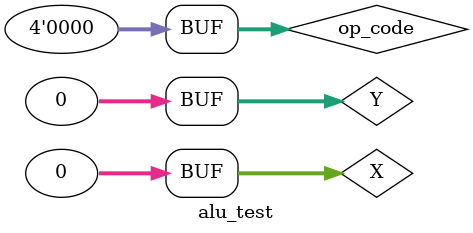
<source format=v>
`timescale 1ns / 1ps


module alu_test;

	// Inputs
	reg [31:0] X;
	reg [31:0] Y;
	reg [3:0] op_code;

	// Outputs
	wire [31:0] Z;
	wire zero;
	wire overflow;
	wire equal;

	// Instantiate the Unit Under Test (UUT)
	behavioural_alu uut (
		.X(X), 
		.Y(Y), 
		.op_code(op_code), 
		.Z(Z), 
		.zero(zero), 
		.overflow(overflow), 
		.equal(equal)
	);

	initial begin
		// Initialize Inputs
		X = 0;
		Y = 0;
		op_code = 0;

		// Wait 100 ns for global reset to finish
		#100;
        
		// Add stimulus here

	end
      
endmodule


</source>
